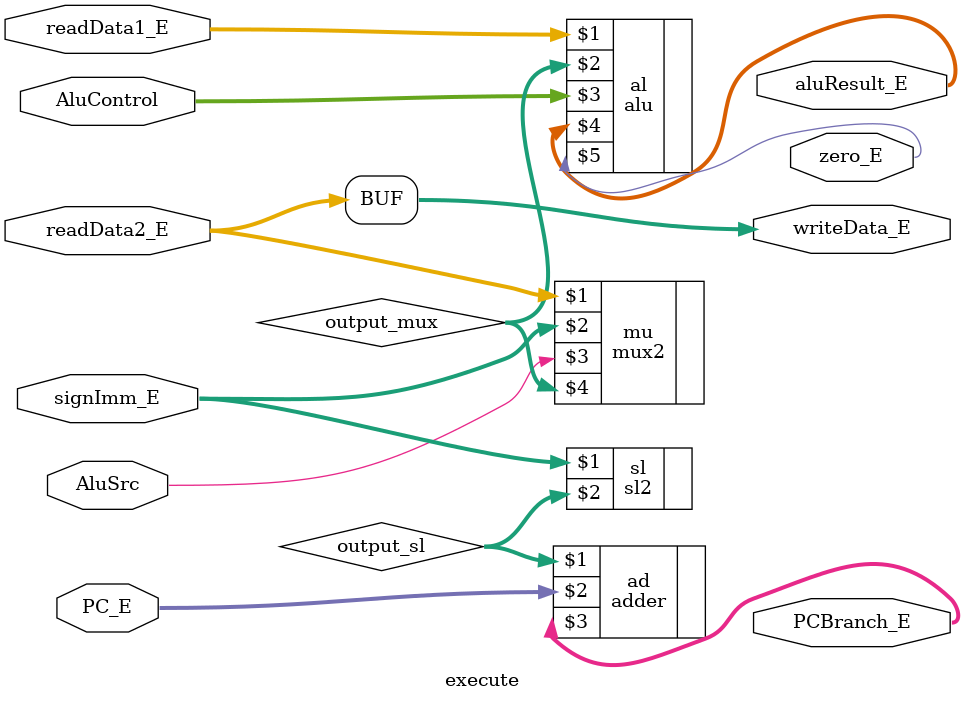
<source format=sv>
module execute #(N=64) (input logic AluSrc,
	input logic [3:0] AluControl,
	input logic [63:0] PC_E, signImm_E, readData1_E, readData2_E,
	output logic [63:0] PCBranch_E, aluResult_E, writeData_E,
	output logic zero_E);

	logic [63:0] output_sl, output_mux;

	sl2#(64) sl(signImm_E, output_sl);
	adder#(64) ad(output_sl, PC_E, PCBranch_E);
	mux2#(64) mu(readData2_E, signImm_E, AluSrc, output_mux);
	alu al(readData1_E, output_mux, AluControl, aluResult_E, zero_E);
	assign writeData_E = readData2_E;
endmodule

</source>
